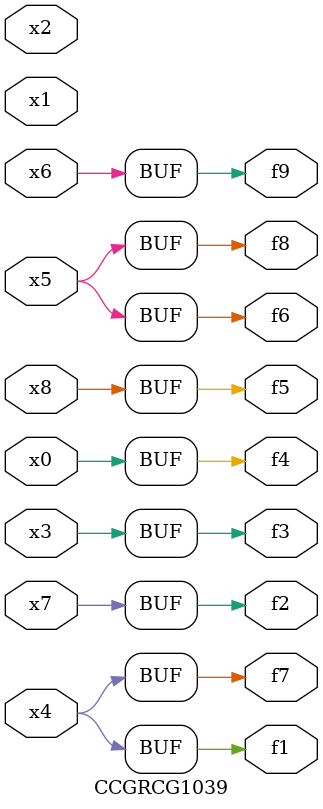
<source format=v>
module CCGRCG1039(
	input x0, x1, x2, x3, x4, x5, x6, x7, x8,
	output f1, f2, f3, f4, f5, f6, f7, f8, f9
);
	assign f1 = x4;
	assign f2 = x7;
	assign f3 = x3;
	assign f4 = x0;
	assign f5 = x8;
	assign f6 = x5;
	assign f7 = x4;
	assign f8 = x5;
	assign f9 = x6;
endmodule

</source>
